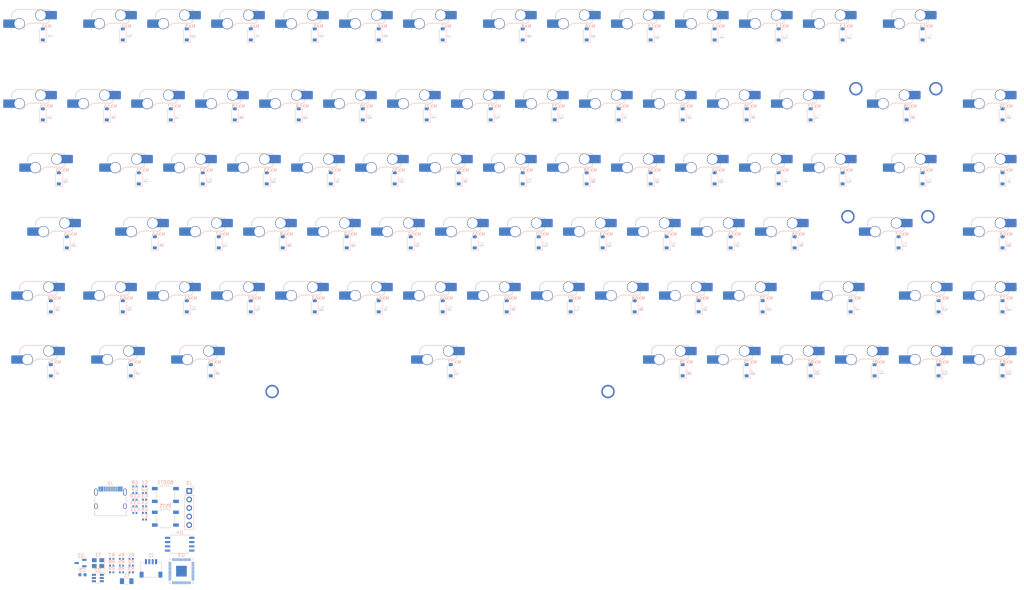
<source format=kicad_pcb>
(kicad_pcb (version 20221018) (generator pcbnew)
  (layers (0 "F.Cu" signal) (31 "B.Cu" signal) (34 "B.Paste" user) (35 "F.Paste" user) (36 "B.SilkS" user "B.Silkscreen") (37 "F.SilkS" user "F.Silkscreen") (38 "B.Mask" user) (39 "F.Mask" user) (44 "Edge.Cuts" user))
  (net 0 "")
  (net 1 "GND")
  (net 2 "Net-(BOOT1-Pad2)")
  (net 3 "+5V")
  (net 4 "+3V3")
  (net 5 "+1V1")
  (net 6 "XIN")
  (net 7 "Net-(C12-Pad1)")
  (net 9 "Net-(D1-A)")
  (net 11 "Net-(D2-A)")
  (net 13 "Net-(D3-A)")
  (net 15 "Net-(D4-A)")
  (net 17 "Net-(D5-A)")
  (net 19 "Net-(D6-A)")
  (net 21 "Net-(D7-A)")
  (net 23 "Net-(D8-A)")
  (net 25 "Net-(D9-A)")
  (net 27 "Net-(D10-A)")
  (net 29 "Net-(D11-A)")
  (net 31 "Net-(D12-A)")
  (net 33 "Net-(D13-A)")
  (net 35 "Net-(D14-A)")
  (net 37 "Net-(D15-A)")
  (net 39 "Net-(D16-A)")
  (net 41 "Net-(D17-A)")
  (net 43 "Net-(D18-A)")
  (net 45 "Net-(D19-A)")
  (net 47 "Net-(D20-A)")
  (net 49 "Net-(D21-A)")
  (net 51 "Net-(D22-A)")
  (net 53 "Net-(D23-A)")
  (net 55 "Net-(D24-A)")
  (net 57 "Net-(D25-A)")
  (net 59 "Net-(D26-A)")
  (net 61 "Net-(D27-A)")
  (net 63 "Net-(D28-A)")
  (net 65 "Net-(D29-A)")
  (net 67 "Net-(D30-A)")
  (net 69 "Net-(D31-A)")
  (net 71 "Net-(D32-A)")
  (net 73 "Net-(D33-A)")
  (net 75 "Net-(D34-A)")
  (net 77 "Net-(D35-A)")
  (net 79 "Net-(D36-A)")
  (net 81 "Net-(D37-A)")
  (net 83 "Net-(D38-A)")
  (net 85 "Net-(D39-A)")
  (net 87 "Net-(D40-A)")
  (net 89 "Net-(D41-A)")
  (net 91 "Net-(D42-A)")
  (net 93 "Net-(D43-A)")
  (net 95 "Net-(D44-A)")
  (net 97 "Net-(D45-A)")
  (net 99 "Net-(D46-A)")
  (net 101 "Net-(D47-A)")
  (net 103 "Net-(D48-A)")
  (net 105 "Net-(D49-A)")
  (net 107 "Net-(D50-A)")
  (net 109 "Net-(D51-A)")
  (net 111 "Net-(D52-A)")
  (net 113 "Net-(D53-A)")
  (net 115 "Net-(D54-A)")
  (net 117 "Net-(D55-A)")
  (net 119 "Net-(D56-A)")
  (net 121 "Net-(D57-A)")
  (net 123 "Net-(D58-A)")
  (net 125 "Net-(D59-A)")
  (net 127 "Net-(D60-A)")
  (net 129 "Net-(D61-A)")
  (net 131 "Net-(D62-A)")
  (net 133 "Net-(D63-A)")
  (net 135 "Net-(D64-A)")
  (net 137 "Net-(D65-A)")
  (net 139 "Net-(D66-A)")
  (net 141 "Net-(D67-A)")
  (net 143 "Net-(D68-A)")
  (net 145 "Net-(D69-A)")
  (net 147 "Net-(D70-A)")
  (net 149 "Net-(D71-A)")
  (net 151 "Net-(D72-A)")
  (net 153 "Net-(D73-A)")
  (net 155 "Net-(D74-A)")
  (net 157 "Net-(D75-A)")
  (net 159 "Net-(D76-A)")
  (net 161 "Net-(D77-A)")
  (net 163 "Net-(D78-A)")
  (net 165 "Net-(D79-A)")
  (net 167 "Net-(D80-A)")
  (net 169 "Net-(D81-A)")
  (net 171 "Net-(D82-A)")
  (net 173 "Net-(D83-A)")
  (net 174 "VBUS")
  (net 175 "D-")
  (net 176 "D+")
  (net 177 "Net-(J2-CC1)")
  (net 179 "Net-(J2-CC2)")
  (net 181 "RESET")
  (net 182 "SWC")
  (net 183 "SWD")
  (net 267 "Net-(R3-Pad1)")
  (net 268 "Q_SEL")
  (net 269 "Net-(U3-USB_DP)")
  (net 270 "Net-(U3-USB_DM)")
  (net 271 "XOUT")
  (net 304 "Q_IO3")
  (net 305 "Q_CLK")
  (net 306 "Q_IO0")
  (net 307 "Q_IO2")
  (net 308 "Q_IO1")
  (footprint "PCM_marbastlib-mx:STAB_MX_P_2u" (layer "F.Cu") (at 279.4 46.0375)
    (fp_text reference "S4" hide)
    (fp_text value "MX_stab")
  )
  (footprint "PCM_marbastlib-mx:STAB_MX_P_2.25u" (layer "F.Cu") (at 277.01875 84.1375)
    (fp_text reference "S3" hide)
    (fp_text value "MX_stab")
  )
  (footprint "PCM_marbastlib-mx:STAB_MX_P_6.25u" (layer "F.Cu") (at 143.66875 122.2375 180)
    (fp_text reference "S2" hide)
    (fp_text value "MX_stab")
  )
  (footprint "PCM_marbastlib-mx:SW_MX_HS_1u" (layer "B.Cu") (at 79.375 46.0375 180)
    (fp_text reference "MX18")
    (fp_text value "MX_SW_HS")
  )
  (footprint "Diode_SMD:D_SOD-123" (layer "B.Cu") (at 49.2125 103.8225 90)
    (fp_text reference "D60")
    (fp_text value "D_Small")
  )
  (footprint "PCM_marbastlib-mx:SW_MX_HS_1u" (layer "B.Cu") (at 65.0875 22.225 180)
    (fp_text reference "MX3")
    (fp_text value "MX_SW_HS")
  )
  (footprint "Diode_SMD:D_SOD-123" (layer "B.Cu") (at 254 46.6725 90)
    (fp_text reference "D27")
    (fp_text value "D_Small")
  )
  (footprint "PCM_marbastlib-mx:SW_MX_HS_1.25u" (layer "B.Cu") (at 72.23125 122.2375 180)
    (fp_text reference "MX76")
    (fp_text value "MX_SW_HS")
  )
  (footprint "PCM_marbastlib-mx:SW_MX_HS_1u" (layer "B.Cu") (at 98.425 46.0375 180)
    (fp_text reference "MX19")
    (fp_text value "MX_SW_HS")
  )
  (footprint "Diode_SMD:D_SOD-123" (layer "B.Cu") (at 32.54375 84.7725 90)
    (fp_text reference "D45")
    (fp_text value "D_Small")
  )
  (footprint "Resistor_SMD:R_0402_1005Metric" (layer "B.Cu") (at 45.8975 183.045 180)
    (fp_text reference "R9")
    (fp_text value "1k")
  )
  (footprint "Diode_SMD:D_SOD-123" (layer "B.Cu") (at 249.2375 84.7725 90)
    (fp_text reference "D56")
    (fp_text value "D_Small")
  )
  (footprint "Diode_SMD:D_SOD-123" (layer "B.Cu") (at 30.1625 65.7225 90)
    (fp_text reference "D30")
    (fp_text value "D_Small")
  )
  (footprint "Diode_SMD:D_SOD-123" (layer "B.Cu") (at 206.375 22.86 90)
    (fp_text reference "D10")
    (fp_text value "D_Small")
  )
  (footprint "PCM_marbastlib-mx:SW_MX_HS_1u" (layer "B.Cu") (at 46.0375 103.1875 180)
    (fp_text reference "MX60")
    (fp_text value "MX_SW_HS")
  )
  (footprint "Diode_SMD:D_SOD-123" (layer "B.Cu") (at 311.15 46.6725 90)
    (fp_text reference "D29")
    (fp_text value "D_Small")
  )
  (footprint "Diode_SMD:D_SOD-123" (layer "B.Cu") (at 92.075 65.7225 90)
    (fp_text reference "D33")
    (fp_text value "D_Small")
  )
  (footprint "Diode_SMD:D_SOD-123" (layer "B.Cu") (at 58.7375 84.7725 90)
    (fp_text reference "D46")
    (fp_text value "D_Small")
  )
  (footprint "Capacitor_SMD:C_0603_1608Metric" (layer "B.Cu") (at 37.1875 183.775 180)
    (fp_text reference "C5")
    (fp_text value "10u")
  )
  (footprint "PCM_marbastlib-mx:SW_MX_HS_1u" (layer "B.Cu") (at 288.925 122.2375 180)
    (fp_text reference "MX82")
    (fp_text value "MX_SW_HS")
  )
  (footprint "Diode_SMD:D_SOD-123" (layer "B.Cu") (at 311.15 65.7225 90)
    (fp_text reference "D44")
    (fp_text value "D_Small")
  )
  (footprint "PCM_marbastlib-mx:SW_MX_HS_1u" (layer "B.Cu") (at 188.9125 84.1375 180)
    (fp_text reference "MX53")
    (fp_text value "MX_SW_HS")
  )
  (footprint "Diode_SMD:D_SOD-123" (layer "B.Cu") (at 130.175 65.7225 90)
    (fp_text reference "D35")
    (fp_text value "D_Small")
  )
  (footprint "Diode_SMD:D_SOD-123" (layer "B.Cu") (at 101.6 46.6725 90)
    (fp_text reference "D19")
    (fp_text value "D_Small")
  )
  (footprint "Capacitor_SMD:C_0402_1005Metric" (layer "B.Cu") (at 52.8075 157.485 180)
    (fp_text reference "C8")
    (fp_text value "100n")
  )
  (footprint "PCM_marbastlib-mx:SW_MX_HS_1u" (layer "B.Cu") (at 103.1875 103.1875 180)
    (fp_text reference "MX63")
    (fp_text value "MX_SW_HS")
  )
  (footprint "PCM_marbastlib-mx:SW_MX_HS_1u" (layer "B.Cu") (at 250.825 46.0375 180)
    (fp_text reference "MX27")
    (fp_text value "MX_SW_HS")
  )
  (footprint "PCM_marbastlib-mx:SW_MX_HS_1.5u" (layer "B.Cu") (at 284.1625 65.0875 180)
    (fp_text reference "MX43")
    (fp_text value "MX_SW_HS")
  )
  (footprint "Diode_SMD:D_SOD-123" (layer "B.Cu") (at 125.4125 22.86 90)
    (fp_text reference "D6")
    (fp_text value "D_Small")
  )
  (footprint "Connector_USB:USB_C_Receptacle_HRO_TYPE-C-31-M-12" (layer "B.Cu") (at 45.5275 162.295 180)
    (fp_text reference "J2")
    (fp_text value "USB_C_Receptacle_USB2.0")
  )
  (footprint "PCM_marbastlib-mx:SW_MX_HS_1u" (layer "B.Cu") (at 141.2875 103.1875 180)
    (fp_text reference "MX65")
    (fp_text value "MX_SW_HS")
  )
  (footprint "Capacitor_SMD:C_0402_1005Metric" (layer "B.Cu") (at 52.8075 165.365 180)
    (fp_text reference "C12")
    (fp_text value "22p")
  )
  (footprint "Diode_SMD:D_SOD-123" (layer "B.Cu") (at 244.475 65.7225 90)
    (fp_text reference "D41")
    (fp_text value "D_Small")
  )
  (footprint "Diode_SMD:D_SOD-123" (layer "B.Cu") (at 168.275 65.7225 90)
    (fp_text reference "D37")
    (fp_text value "D_Small")
  )
  (footprint "PCM_marbastlib-mx:SW_MX_HS_1u" (layer "B.Cu") (at 212.725 122.2375 180)
    (fp_text reference "MX78")
    (fp_text value "MX_SW_HS")
  )
  (footprint "Diode_SMD:D_SOD-123" (layer "B.Cu") (at 77.7875 84.7725 90)
    (fp_text reference "D47")
    (fp_text value "D_Small")
  )
  (footprint "Diode_SMD:D_SOD-123" (layer "B.Cu") (at 287.3375 65.7225 90)
    (fp_text reference "D43")
    (fp_text value "D_Small")
  )
  (footprint "PCM_marbastlib-mx:SW_MX_HS_1.75u" (layer "B.Cu") (at 262.73125 103.1875 180)
    (fp_text reference "MX71")
    (fp_text value "MX_SW_HS")
  )
  (footprint "PCM_marbastlib-mx:SW_MX_HS_1u" (layer "B.Cu") (at 46.0375 22.225 180)
    (fp_text reference "MX2")
    (fp_text value "MX_SW_HS")
  )
  (footprint "Diode_SMD:D_SOD-123" (layer "B.Cu") (at 106.3625 22.86 90)
    (fp_text reference "D5")
    (fp_text value "D_Small")
  )
  (footprint "PCM_marbastlib-mx:SW_MX_HS_1u" (layer "B.Cu") (at 41.275 46.0375 180)
    (fp_text reference "MX16")
    (fp_text value "MX_SW_HS")
  )
  (footprint "Diode_SMD:D_SOD-123" (layer "B.Cu") (at 182.5625 103.8225 90)
    (fp_text reference "D67")
    (fp_text value "D_Small")
  )
  (footprint "PCM_marbastlib-mx:SW_MX_HS_1u" (layer "B.Cu") (at 198.4375 103.1875 180)
    (fp_text reference "MX68")
    (fp_text value "MX_SW_HS")
  )
  (footprint "PCM_marbastlib-mx:SW_MX_HS_1u" (layer "B.Cu") (at 184.15 65.0875 180)
    (fp_text reference "MX38")
    (fp_text value "MX_SW_HS")
  )
  (footprint "Package_SO:SOIC-8_5.23x5.23mm_P1.27mm" (layer "B.Cu") (at 66.1375 174.685 180)
    (fp_text reference "U4")
    (fp_text value "W25Q128JVS")
  )
  (footprint "Diode_SMD:D_SOD-123" (layer "B.Cu") (at 82.55 46.6725 90)
    (fp_text reference "D18")
    (fp_text value "D_Small")
  )
  (footprint "Connector_JST:JST_SH_SM04B-SRSS-TB_1x04-1MP_P1.00mm_Horizontal" (layer "B.Cu") (at 57.5975 181.875 180)
    (fp_text reference "J1")
    (fp_text value "Conn_01x04")
  )
  (footprint "PCM_marbastlib-mx:SW_MX_HS_1u" (layer "B.Cu") (at 269.875 122.2375 180)
    (fp_text reference "MX81")
    (fp_text value "MX_SW_HS")
  )
  (footprint "PCM_marbastlib-mx:SW_MX_HS_1u" (layer "B.Cu") (at 127 65.0875 180)
    (fp_text reference "MX35")
    (fp_text value "MX_SW_HS")
  )
  (footprint "Diode_SMD:D_SOD-123" (layer "B.Cu") (at 201.6125 103.8225 90)
    (fp_text reference "D68")
    (fp_text value "D_Small")
  )
  (footprint "Diode_SMD:D_SOD-123" (layer "B.Cu") (at 125.4125 103.8225 90)
    (fp_text reference "D64")
    (fp_text value "D_Small")
  )
  (footprint "Resistor_SMD:R_0402_1005Metric" (layer "B.Cu") (at 48.8075 179.065 180)
    (fp_text reference "R4")
    (fp_text value "5.1k")
  )
  (footprint "Diode_SMD:D_SOD-123" (layer "B.Cu") (at 292.1 103.8225 90)
    (fp_text reference "D72")
    (fp_text value "D_Small")
  )
  (footprint "PCM_marbastlib-mx:SW_MX_HS_1u" (layer "B.Cu") (at 50.8 65.0875 180)
    (fp_text reference "MX31")
    (fp_text value "MX_SW_HS")
  )
  (footprint "PCM_marbastlib-mx:SW_MX_HS_1u" (layer "B.Cu") (at 150.8125 84.1375 180)
    (fp_text reference "MX51")
    (fp_text value "MX_SW_HS")
  )
  (footprint "PCM_marbastlib-mx:SW_MX_HS_1u" (layer "B.Cu") (at 260.35 65.0875 180)
    (fp_text reference "MX42")
    (fp_text value "MX_SW_HS")
  )
  (footprint "Diode_SMD:D_SOD-123" (layer "B.Cu") (at 311.15 84.7725 90)
    (fp_text reference "D58")
    (fp_text value "D_Small")
  )
  (footprint "PCM_marbastlib-mx:SW_MX_HS_1u" (layer "B.Cu") (at 112.7125 84.1375 180)
    (fp_text reference "MX49")
    (fp_text value "MX_SW_HS")
  )
  (footprint "PCM_marbastlib-mx:SW_MX_HS_1u" (layer "B.Cu") (at 174.625 46.0375 180)
    (fp_text reference "MX23")
    (fp_text value "MX_SW_HS")
  )
  (footprint "Capacitor_SMD:C_0402_1005Metric" (layer "B.Cu") (at 55.6775 167.335 180)
    (fp_text reference "C7")
    (fp_text value "100n")
  )
  (footprint "Diode_SMD:D_SOD-123" (layer "B.Cu") (at 53.975 65.7225 90)
    (fp_text reference "D31")
    (fp_text value "D_Small")
  )
  (footprint "Diode_SMD:D_SOD-123" (layer "B.Cu") (at 192.0875 84.7725 90)
    (fp_text reference "D53")
    (fp_text value "D_Small")
  )
  (footprint "Diode_SMD:D_SOD-123" (layer "B.Cu") (at 87.3125 103.8225 90)
    (fp_text reference "D62")
    (fp_text value "D_Small")
  )
  (footprint "PCM_marbastlib-mx:SW_MX_HS_1u" (layer "B.Cu") (at 179.3875 103.1875 180)
    (fp_text reference "MX67")
    (fp_text value "MX_SW_HS")
  )
  (footprint "Diode_SMD:D_SOD-123" (layer "B.Cu") (at 75.40625 122.8725 90)
    (fp_text reference "D76")
    (fp_text value "D_Small")
  )
  (footprint "PCM_marbastlib-mx:SW_MX_HS_1u" (layer "B.Cu") (at 307.975 46.0375 180)
    (fp_text reference "MX29")
    (fp_text value "MX_SW_HS")
  )
  (footprint "Diode_SMD:D_SOD-123" (layer "B.Cu") (at 234.95 46.6725 90)
    (fp_text reference "D26")
    (fp_text value "D_Small")
  )
  (footprint "PCM_marbastlib-mx:SW_MX_HS_1u" (layer "B.Cu") (at 160.3375 103.1875 180)
    (fp_text reference "MX66")
    (fp_text value "MX_SW_HS")
  )
  (footprint "Capacitor_SMD:C_0402_1005Metric" (layer "B.Cu") (at 55.6775 161.425 180)
    (fp_text reference "C3")
    (fp_text value "1u")
  )
  (footprint "PCM_marbastlib-mx:SW_MX_HS_1u" (layer "B.Cu") (at 284.1625 22.225 180)
    (fp_text reference "MX14")
    (fp_text value "MX_SW_HS")
  )
  (footprint "Diode_SMD:D_SOD-123" (layer "B.Cu") (at 311.15 122.8725 90)
    (fp_text reference "D83")
    (fp_text value "D_Small")
  )
  (footprint "PCM_marbastlib-mx:SW_MX_HS_1u" (layer "B.Cu") (at 203.2 22.225 180)
    (fp_text reference "MX10")
    (fp_text value "MX_SW_HS")
  )
  (footprint "PCM_marbastlib-mx:SW_MX_HS_1.75u" (layer "B.Cu") (at 29.36875 84.1375 180)
    (fp_text reference "MX45")
    (fp_text value "MX_SW_HS")
  )
  (footprint "Diode_SMD:D_SOD-123" (layer "B.Cu") (at 27.78125 103.8225 90)
    (fp_text reference "D59")
    (fp_text value "D_Small")
  )
  (footprint "Diode_SMD:D_SOD-123" (layer "B.Cu") (at 96.8375 84.7725 90)
    (fp_text reference "D48")
    (fp_text value "D_Small")
  )
  (footprint "Diode_SMD:D_SOD-123" (layer "B.Cu") (at 139.7 46.6725 90)
    (fp_text reference "D21")
    (fp_text value "D_Small")
  )
  (footprint "PCM_marbastlib-mx:SW_MX_HS_1u" (layer "B.Cu") (at 131.7625 84.1375 180)
    (fp_text reference "MX50")
    (fp_text value "MX_SW_HS")
  )
  (footprint "Diode_SMD:D_SOD-123" (layer "B.Cu") (at 111.125 65.7225 90)
    (fp_text reference "D34")
    (fp_text value "D_Small")
  )
  (footprint "PCM_marbastlib-mx:SW_MX_HS_1u" (layer "B.Cu") (at 60.325 46.0375 180)
    (fp_text reference "MX17")
    (fp_text value "MX_SW_HS")
  )
  (footprint "Diode_SMD:D_SOD-123" (layer "B.Cu") (at 173.0375 84.7725 90)
    (fp_text reference "D52")
    (fp_text value "D_Small")
  )
  (footprint "Capacitor_SMD:C_0402_1005Metric" (layer "B.Cu") (at 52.8075 159.455 180)
    (fp_text reference "C9")
    (fp_text value "100n")
  )
  (footprint "Resistor_SMD:R_0402_1005Metric" (layer "B.Cu") (at 48.8075 183.045 180)
    (fp_text reference "R6")
    (fp_text value "1k")
  )
  (footprint "PCM_marbastlib-mx:SW_MX_HS_1u" (layer "B.Cu") (at 122.2375 22.225 180)
    (fp_text reference "MX6")
    (fp_text value "MX_SW_HS")
  )
  (footprint "Resistor_SMD:R_0402_1005Metric" (layer "B.Cu") (at 51.7175 181.055 180)
    (fp_text reference "R2")
    (fp_text value "5.1k")
  )
  (footprint "Diode_SMD:D_SOD-123" (layer "B.Cu") (at 106.3625 103.8225 90)
    (fp_text reference "D63")
    (fp_text value "D_Small")
  )
  (footprint "Diode_SMD:D_SOD-123" (layer "B.Cu") (at 211.1375 84.7725 90)
    (fp_text reference "D54")
    (fp_text value "D_Small")
  )
  (footprint "Diode_SMD:D_SOD-123" (layer "B.Cu") (at 168.275 22.86 90)
    (fp_text reference "D8")
    (fp_text value "D_Small")
  )
  (footprint "Diode_SMD:D_SOD-123" (layer "B.Cu") (at 215.9 122.8725 90)
    (fp_text reference "D78")
    (fp_text value "D_Small")
  )
  (footprint "PCM_marbastlib-mx:SW_MX_HS_1u" (layer "B.Cu") (at 212.725 46.0375 180)
    (fp_text reference "MX25")
    (fp_text value "MX_SW_HS")
  )
  (footprint "Diode_SMD:D_SOD-123" (layer "B.Cu") (at 254 122.8725 90)
    (fp_text reference "D80")
    (fp_text value "D_Small")
  )
  (footprint "Capacitor_SMD:C_0402_1005Metric" (layer "B.Cu") (at 52.8075 163.395 180)
    (fp_text reference "C11")
    (fp_text value "22p")
  )
  (footprint "PCM_marbastlib-mx:SW_MX_HS_1.25u" (layer "B.Cu") (at 24.60625 103.1875 180)
    (fp_text reference "MX59")
    (fp_text value "MX_SW_HS")
  )
  (footprint "Capacitor_SMD:C_0402_1005Metric" (layer "B.Cu") (at 55.6775 165.365 180)
    (fp_text reference "C6")
    (fp_text value "1u")
  )
  (footprint "Package_TO_SOT_SMD:SOT-23-3" (layer "B.Cu") (at 36.6175 180.295 180)
    (fp_text reference "U1")
    (fp_text value "XC6206PxxxMR")
  )
  (footprint "Resistor_SMD:R_0402_1005Metric" (layer "B.Cu") (at 48.8075 181.055 180)
    (fp_text reference "R5")
    (fp_text value "5.1k")
  )
  (footprint "Diode_SMD:D_SOD-123" (layer "B.Cu") (at 158.75 46.6725 90)
    (fp_text reference "D22")
    (fp_text value "D_Small")
  )
  (footprint "Diode_SMD:D_SOD-123" (layer "B.Cu") (at 134.9375 84.7725 90)
    (fp_text reference "D50")
    (fp_text value "D_Small")
  )
  (footprint "PCM_marbastlib-mx:SW_MX_HS_1u" (layer "B.Cu") (at 307.975 103.1875 180)
    (fp_text reference "MX73")
    (fp_text value "MX_SW_HS")
  )
  (footprint "Diode_SMD:D_SOD-123" (layer "B.Cu") (at 230.1875 84.7725 90)
    (fp_text reference "D55")
    (fp_text value "D_Small")
  )
  (footprint "Diode_SMD:D_SOD-123" (layer "B.Cu") (at 87.3125 22.86 90)
    (fp_text reference "D4")
    (fp_text value "D_Small")
  )
  (footprint "Diode_SMD:D_SOD-123" (layer "B.Cu") (at 153.9875 84.7725 90)
    (fp_text reference "D51")
    (fp_text value "D_Small")
  )
  (footprint "Diode_SMD:D_SOD-123" (layer "B.Cu") (at 225.425 22.86 90)
    (fp_text reference "D11")
    (fp_text value "D_Small")
  )
  (footprint "Diode_SMD:D_SOD-123" (layer "B.Cu") (at 311.15 103.8225 90)
    (fp_text reference "D73")
    (fp_text value "D_Small")
  )
  (footprint "PCM_marbastlib-mx:SW_MX_HS_1u" (layer "B.Cu") (at 203.2 65.0875 180)
    (fp_text reference "MX39")
    (fp_text value "MX_SW_HS")
  )
  (footprint "PCM_marbastlib-mx:SW_MX_HS_1u" (layer "B.Cu") (at 241.3 22.225 180)
    (fp_text reference "MX12")
    (fp_text value "MX_SW_HS")
  )
  (footprint "PCM_marbastlib-mx:SW_MX_HS_1.25u" (layer "B.Cu") (at 48.41875 122.2375 180)
    (fp_text reference "MX75")
    (fp_text value "MX_SW_HS")
  )
  (footprint "PCM_marbastlib-mx:SW_MX_HS_1u" (layer "B.Cu") (at 74.6125 84.1375 180)
    (fp_text reference "MX47")
    (fp_text value "MX_SW_HS")
  )
  (footprint "PCM_marbastlib-mx:SW_MX_HS_1u" (layer "B.Cu") (at 141.2875 22.225 180)
    (fp_text reference "MX7")
    (fp_text value "MX_SW_HS")
  )
  (footprint "PCM_marbastlib-mx:SW_MX_HS_1u" (layer "B.Cu") (at 122.2375 103.1875 180)
    (fp_text reference "MX64")
    (fp_text value "MX_SW_HS")
  )
  (footprint "Diode_SMD:D_SOD-123" (layer "B.Cu") (at 163.5125 103.8225 90)
    (fp_text reference "D66")
    (fp_text value "D_Small")
  )
  (footprint "PCM_marbastlib-mx:SW_MX_HS_1u" (layer "B.Cu") (at 307.975 65.0875 180)
    (fp_text reference "MX44")
    (fp_text value "MX_SW_HS")
  )
  (footprint "PCM_marbastlib-mx:SW_MX_HS_1u" (layer "B.Cu") (at 165.1 22.225 180)
    (fp_text reference "MX8")
    (fp_text value "MX_SW_HS")
  )
  (footprint "PCM_marbastlib-mx:SW_MX_HS_1u" (layer "B.Cu") (at 231.775 46.0375 180)
    (fp_text reference "MX26")
    (fp_text value "MX_SW_HS")
  )
  (footprint "PCM_marbastlib-mx:SW_MX_HS_1u" (layer "B.Cu") (at 22.225 46.0375 180)
    (fp_text reference "MX15")
    (fp_text value "MX_SW_HS")
  )
  (footprint "Package_DFN_QFN:QFN-56-1EP_7x7mm_P0.4mm_EP3.2x3.2mm" (layer "B.Cu") (at 66.6675 182.715 180)
    (fp_text reference "U3")
    (fp_text value "RP2040")
  )
  (footprint "PCM_marbastlib-mx:SW_MX_HS_1u" (layer "B.Cu") (at 117.475 46.0375 180)
    (fp_text reference "MX20")
    (fp_text value "MX_SW_HS")
  )
  (footprint "PCM_marbastlib-mx:SW_MX_HS_1u" (layer "B.Cu") (at 103.1875 22.225 180)
    (fp_text reference "MX5")
    (fp_text value "MX_SW_HS")
  )
  (footprint "Diode_SMD:D_SOD-123" (layer "B.Cu") (at 49.2125 22.86 90)
    (fp_text reference "D2")
    (fp_text value "D_Small")
  )
  (footprint "PCM_marbastlib-mx:SW_MX_HS_1u" (layer "B.Cu") (at 84.1375 22.225 180)
    (fp_text reference "MX4")
    (fp_text value "MX_SW_HS")
  )
  (footprint "Diode_SMD:D_SOD-123" (layer "B.Cu") (at 263.525 65.7225 90)
    (fp_text reference "D42")
    (fp_text value "D_Small")
  )
  (footprint "Resistor_SMD:R_0402_1005Metric" (layer "B.Cu") (at 51.7175 179.065 180)
    (fp_text reference "R1")
    (fp_text value "5.1k")
  )
  (footprint "PCM_marbastlib-mx:SW_MX_HS_1u" (layer "B.Cu") (at 241.3 65.0875 180)
    (fp_text reference "MX41")
    (fp_text value "MX_SW_HS")
  )
  (footprint "PCM_marbastlib-mx:SW_MX_HS_1u" (layer "B.Cu") (at 143.66875 122.2375 180)
    (fp_text reference "MX77")
    (fp_text value "MX_SW_HS")
  )
  (footprint "PCM_marbastlib-mx:SW_MX_HS_1u" (layer "B.Cu") (at 184.15 22.225 180)
    (fp_text reference "MX9")
    (fp_text value "MX_SW_HS")
  )
  (footprint "PCM_marbastlib-mx:SW_MX_HS_1u" (layer "B.Cu") (at 93.6625 84.1375 180)
    (fp_text reference "MX48")
    (fp_text value "MX_SW_HS")
  )
  (footprint "Diode_SMD:D_SOD-123" (layer "B.Cu") (at 292.1 122.8725 90)
    (fp_text reference "D82")
    (fp_text value "D_Small")
  )
  (footprint "PCM_marbastlib-mx:SW_MX_HS_1u" (layer "B.Cu") (at 236.5375 103.1875 180)
    (fp_text reference "MX70")
    (fp_text value "MX_SW_HS")
  )
  (footprint "PCM_marbastlib-mx:SW_MX_HS_1u" (layer "B.Cu") (at 222.25 65.0875 180)
    (fp_text reference "MX40")
    (fp_text value "MX_SW_HS")
  )
  (footprint "PCM_marbastlib-mx:SW_MX_HS_1u" (layer "B.Cu") (at 279.4 46.0375 180)
    (fp_text reference "MX28")
    (fp_text value "MX_SW_HS")
  )
  (footprint "PCM_marbastlib-mx:SW_MX_HS_1u" (layer "B.Cu") (at 69.85 65.0875 180)
    (fp_text reference "MX32")
    (fp_text value "MX_SW_HS")
  )
  (footprint "Diode_SMD:D_SOD-123" (layer "B.Cu") (at 44.45 46.6725 90)
    (fp_text reference "D16")
    (fp_text value "D_Small")
  )
  (footprint "Diode_SMD:D_SOD-123" (layer "B.Cu") (at 287.3375 22.86 90)
    (fp_text reference "D14")
    (fp_text value "D_Small")
  )
  (footprint "Diode_SMD:D_SOD-123" (layer "B.Cu") (at 63.5 46.6725 90)
    (fp_text reference "D17")
    (fp_text value "D_Small")
  )
  (footprint "Diode_SMD:D_SOD-123" (layer "B.Cu") (at 146.84375 122.8725 90)
    (fp_text reference "D77")
    (fp_text value "D_Small")
  )
  (footprint "PCM_marbastlib-mx:SW_MX_HS_1u" (layer "B.Cu") (at 288.925 103.1875 180)
    (fp_text reference "MX72")
    (fp_text value "MX_SW_HS")
  )
  (footprint "PCM_marbastlib-mx:SW_MX_HS_1u" (layer "B.Cu") (at 307.975 122.2375 180)
    (fp_text reference "MX83")
    (fp_text value "MX_SW_HS")
  )
  (footprint "Diode_SMD:D_SOD-123" (layer "B.Cu") (at 215.9 46.6725 90)
    (fp_text reference "D25")
    (fp_text value "D_Small")
  )
  (footprint "Diode_SMD:D_SOD-123" (layer "B.Cu") (at 187.325 65.7225 90)
    (fp_text reference "D38")
    (fp_text value "D_Small")
  )
  (footprint "Diode_SMD:D_SOD-123" (layer "B.Cu") (at 25.4 46.6725 90)
    (fp_text reference "D15")
    (fp_text value "D_Small")
  )
  (footprint "PCM_marbastlib-mx:SW_MX_HS_1u" (layer "B.Cu") (at 169.8625 84.1375 180)
    (fp_text reference "MX52")
    (fp_text value "MX_SW_HS")
  )
  (footprint "PCM_marbastlib-mx:SW_MX_HS_1u" (layer "B.Cu") (at 65.0875 103.1875 180)
    (fp_text reference "MX61")
    (fp_text value "MX_SW_HS")
  )
  (footprint "PCM_marbastlib-mx:SW_MX_HS_1u" (layer "B.Cu") (at 55.5625 84.1375 180)
    (fp_text reference "MX46")
    (fp_text value "MX_SW_HS")
  )
  (footprint "Diode_SMD:D_SOD-123" (layer "B.Cu") (at 51.59375 122.8725 90)
    (fp_text reference "D75")
    (fp_text value "D_Small")
  )
  (footprint "Diode_SMD:D_SOD-123" (layer "B.Cu") (at 265.90625 103.8225 90)
    (fp_text reference "D71")
    (fp_text value "D_Small")
  )
  (footprint "Capacitor_SMD:C_0402_1005Metric" (layer "B.Cu") (at 55.6775 159.455 180)
    (fp_text reference "C2")
    (fp_text value "1u")
  )
  (footprint "Diode_SMD:D_SOD-123" (layer "B.Cu") (at 120.65 46.6725 90)
    (fp_text reference "D20")
    (fp_text value "D_Small")
  )
  (footprint "Diode_SMD:D_SOD-123" (layer "B.Cu") (at 27.78125 122.8725 90)
    (fp_text reference "D74")
    (fp_text value "D_Small")
  )
  (footprint "Button_Switch_SMD:SW_SPST_TL3342" (layer "B.Cu") (at 61.8875 167.075 180)
    (fp_text reference "RST1")
    (fp_text value "SW_Push")
  )
  (footprint "Diode_SMD:D_SOD-123" (layer "B.Cu") (at 273.05 122.8725 90)
    (fp_text reference "D81")
    (fp_text value "D_Small")
  )
  (footprint "PCM_marbastlib-mx:SW_MX_HS_1u" (layer "B.Cu") (at 227.0125 84.1375 180)
    (fp_text reference "MX55")
    (fp_text value "MX_SW_HS")
  )
  (footprint "PCM_marbastlib-mx:SW_MX_HS_1u" (layer "B.Cu") (at 155.575 46.0375 180)
    (fp_text reference "MX22")
    (fp_text value "MX_SW_HS")
  )
  (footprint "Diode_SMD:D_SOD-123" (layer "B.Cu") (at 144.4625 103.8225 90)
    (fp_text reference "D65")
    (fp_text value "D_Small")
  )
  (footprint "Diode_SMD:D_SOD-123" (layer "B.Cu") (at 220.6625 103.8225 90)
    (fp_text reference "D69")
    (fp_text value "D_Small")
  )
  (footprint "Diode_SMD:D_SOD-123" (layer "B.Cu") (at 115.8875 84.7725 90)
    (fp_text reference "D49")
    (fp_text value "D_Small")
  )
  (footprint "PCM_marbastlib-mx:SW_MX_HS_1u" (layer "B.Cu") (at 165.1 65.0875 180)
    (fp_text reference "MX37")
    (fp_text value "MX_SW_HS")
  )
  (footprint "PCM_marbastlib-mx:SW_MX_HS_1u" (layer "B.Cu") (at 231.775 122.2375 180)
    (fp_text reference "MX79")
    (fp_text value "MX_SW_HS")
  )
  (footprint "Capacitor_SMD:C_0402_1005Metric" (layer "B.Cu") (at 55.6775 163.395 180)
    (fp_text reference "C4")
    (fp_text value "100n")
  )
  (footprint "Resistor_SMD:R_0402_1005Metric" (layer "B.Cu") (at 45.8975 179.065 180)
    (fp_text reference "R7")
    (fp_text value "27")
  )
  (footprint "Diode_SMD:D_SOD-123" (layer "B.Cu") (at 177.8 46.6725 90)
    (fp_text reference "D23")
    (fp_text value "D_Small")
  )
  (footprint "Diode_SMD:D_SOD-123" (layer "B.Cu") (at 234.95 122.8725 90)
    (fp_text reference "D79")
    (fp_text value "D_Small")
  )
  (footprint "Diode_SMD:D_SOD-123" (layer "B.Cu") (at 196.85 46.6725 90)
    (fp_text reference "D24")
    (fp_text value "D_Small")
  )
  (footprint "PCM_marbastlib-mx:SW_MX_HS_1u" (layer "B.Cu") (at 307.975 84.1375 180)
    (fp_text reference "MX58")
    (fp_text value "MX_SW_HS")
  )
  (footprint "Connector_PinHeader_2.54mm:PinHeader_1x05_P2.54mm_Vertical" (layer "B.Cu") (at 68.9875 158.825 180)
    (fp_text reference "J3")
    (fp_text value "Conn_01x05")
  )
  (footprint "PCM_marbastlib-mx:SW_MX_HS_1u" (layer "B.Cu") (at 193.675 46.0375 180)
    (fp_text reference "MX24")
    (fp_text value "MX_SW_HS")
  )
  (footprint "Fuse:Fuse_1206_3216Metric" (layer "B.Cu") (at 50.3675 185.685 180)
    (fp_text reference "F1")
    (fp_text value "Fuse_Small")
  )
  (footprint "Diode_SMD:D_SOD-123" (layer "B.Cu") (at 239.7125 103.8225 90)
    (fp_text reference "D70")
    (fp_text value "D_Small")
  )
  (footprint "PCM_marbastlib-mx:SW_MX_HS_1u" (layer "B.Cu") (at 277.01875 84.1375 180)
    (fp_text reference "MX57")
    (fp_text value "MX_SW_HS")
  )
  (footprint "Diode_SMD:D_SOD-123" (layer "B.Cu") (at 263.525 22.86 90)
    (fp_text reference "D13")
    (fp_text value "D_Small")
  )
  (footprint "Diode_SMD:D_SOD-123" (layer "B.Cu") (at 225.425 65.7225 90)
    (fp_text reference "D40")
    (fp_text value "D_Small")
  )
  (footprint "Diode_SMD:D_SOD-123" (layer "B.Cu") (at 144.4625 22.86 90)
    (fp_text reference "D7")
    (fp_text value "D_Small")
  )
  (footprint "Button_Switch_SMD:SW_SPST_TL3342" (layer "B.Cu") (at 61.8875 160.025 180)
    (fp_text reference "BOOT1")
    (fp_text value "SW_Push")
  )
  (footprint "Diode_SMD:D_SOD-123" (layer "B.Cu") (at 149.225 65.7225 90)
    (fp_text reference "D36")
    (fp_text value "D_Small")
  )
  (footprint "Resistor_SMD:R_0402_1005Metric" (layer "B.Cu") (at 45.8975 181.055 180)
    (fp_text reference "R8")
    (fp_text value "27")
  )
  (footprint "PCM_marbastlib-mx:SW_MX_HS_1u" (layer "B.Cu") (at 246.0625 84.1375 180)
    (fp_text reference "MX56")
    (fp_text value "MX_SW_HS")
  )
  (footprint "PCM_marbastlib-mx:SW_MX_HS_1u" (layer "B.Cu") (at 222.25 22.225 180)
    (fp_text reference "MX11")
    (fp_text value "MX_SW_HS")
  )
  (footprint "Diode_SMD:D_SOD-123" (layer "B.Cu") (at 187.325 22.86 90)
    (fp_text reference "D9")
    (fp_text value "D_Small")
  )
  (footprint "PCM_marbastlib-mx:SW_MX_HS_1u" (layer "B.Cu") (at 250.825 122.2375 180)
    (fp_text reference "MX80")
    (fp_text value "MX_SW_HS")
  )
  (footprint "PCM_marbastlib-mx:SW_MX_HS_1u" (layer "B.Cu") (at 217.4875 103.1875 180)
    (fp_text reference "MX69")
    (fp_text value "MX_SW_HS")
  )
  (footprint "Diode_SMD:D_SOD-123" (layer "B.Cu") (at 25.4 22.86 90)
    (fp_text reference "D1")
    (fp_text value "D_Small")
  )
  (footprint "PCM_marbastlib-mx:SW_MX_HS_1.5u" (layer "B.Cu") (at 26.9875 65.0875 180)
    (fp_text reference "MX30")
    (fp_text value "MX_SW_HS")
  )
  (footprint "Diode_SMD:D_SOD-123" (layer "B.Cu") (at 68.2625 22.86 90)
    (fp_text reference "D3")
    (fp_text value "D_Small")
  )
  (footprint "PCM_marbastlib-mx:SW_MX_HS_1u" (layer "B.Cu") (at 84.1375 103.1875 180)
    (fp_text reference "MX62")
    (fp_text value "MX_SW_HS")
  )
  (footprint "Diode_SMD:D_SOD-123" (layer "B.Cu") (at 73.025 65.7225 90)
    (fp_text reference "D32")
    (fp_text value "D_Small")
  )
  (footprint "PCM_marbastlib-mx:SW_MX_HS_1u" (layer "B.Cu") (at 22.225 22.225 180)
    (fp_text reference "MX1")
    (fp_text value "MX_SW_HS")
  )
  (footprint "PCM_marbastlib-mx:SW_MX_HS_1u" (layer "B.Cu") (at 107.95 65.0875 180)
    (fp_text reference "MX34")
    (fp_text value "MX_SW_HS")
  )
  (footprint "Resistor_SMD:R_0402_1005Metric" (layer "B.Cu") (at 51.7175 183.045 180)
    (fp_text reference "R3")
    (fp_text value "5.1k")
  )
  (footprint "PCM_marbastlib-mx:SW_MX_HS_1u" (layer "B.Cu") (at 260.35 22.225 180)
    (fp_text reference "MX13")
    (fp_text value "MX_SW_HS")
  )
  (footprint "Diode_SMD:D_SOD-123" (layer "B.Cu") (at 244.475 22.86 90)
    (fp_text reference "D12")
    (fp_text value "D_Small")
  )
  (footprint "PCM_marbastlib-mx:SW_MX_HS_1u" (layer "B.Cu") (at 88.9 65.0875 180)
    (fp_text reference "MX33")
    (fp_text value "MX_SW_HS")
  )
  (footprint "Crystal:Crystal_SMD_3225-4Pin_3.2x2.5mm" (layer "B.Cu") (at 41.8175 180.295 180)
    (fp_text reference "Y1")
    (fp_text value "Crystal_GND24")
  )
  (footprint "Capacitor_SMD:C_0402_1005Metric" (layer "B.Cu") (at 55.6775 157.485 180)
    (fp_text reference "C1")
    (fp_text value "1u")
  )
  (footprint "PCM_marbastlib-mx:SW_MX_HS_1.25u" (layer "B.Cu") (at 24.60625 122.2375 180)
    (fp_text reference "MX74")
    (fp_text value "MX_SW_HS")
  )
  (footprint "PCM_marbastlib-mx:SW_MX_HS_1u" (layer "B.Cu") (at 136.525 46.0375 180)
    (fp_text reference "MX21")
    (fp_text value "MX_SW_HS")
  )
  (footprint "Capacitor_SMD:C_0402_1005Metric" (layer "B.Cu") (at 52.8075 161.425 180)
    (fp_text reference "C10")
    (fp_text value "1u")
  )
  (footprint "PCM_marbastlib-various:SOT-23-6-routable" (layer "B.Cu") (at 41.7825 184.745 180)
    (fp_text reference "U2")
    (fp_text value "SRV05-4")
  )
  (footprint "Diode_SMD:D_SOD-123" (layer "B.Cu") (at 280.19375 84.7725 90)
    (fp_text reference "D57")
    (fp_text value "D_Small")
  )
  (footprint "Diode_SMD:D_SOD-123" (layer "B.Cu") (at 282.575 46.6725 90)
    (fp_text reference "D28")
    (fp_text value "D_Small")
  )
  (footprint "Diode_SMD:D_SOD-123" (layer "B.Cu") (at 68.2625 103.8225 90)
    (fp_text reference "D61")
    (fp_text value "D_Small")
  )
  (footprint "PCM_marbastlib-mx:SW_MX_HS_1u" (layer "B.Cu") (at 207.9625 84.1375 180)
    (fp_text reference "MX54")
    (fp_text value "MX_SW_HS")
  )
  (footprint "Diode_SMD:D_SOD-123" (layer "B.Cu") (at 206.375 65.7225 90)
    (fp_text reference "D39")
    (fp_text value "D_Small")
  )
  (footprint "PCM_marbastlib-mx:SW_MX_HS_1u" (layer "B.Cu") (at 146.05 65.0875 180)
    (fp_text reference "MX36")
    (fp_text value "MX_SW_HS")
  )
)
</source>
